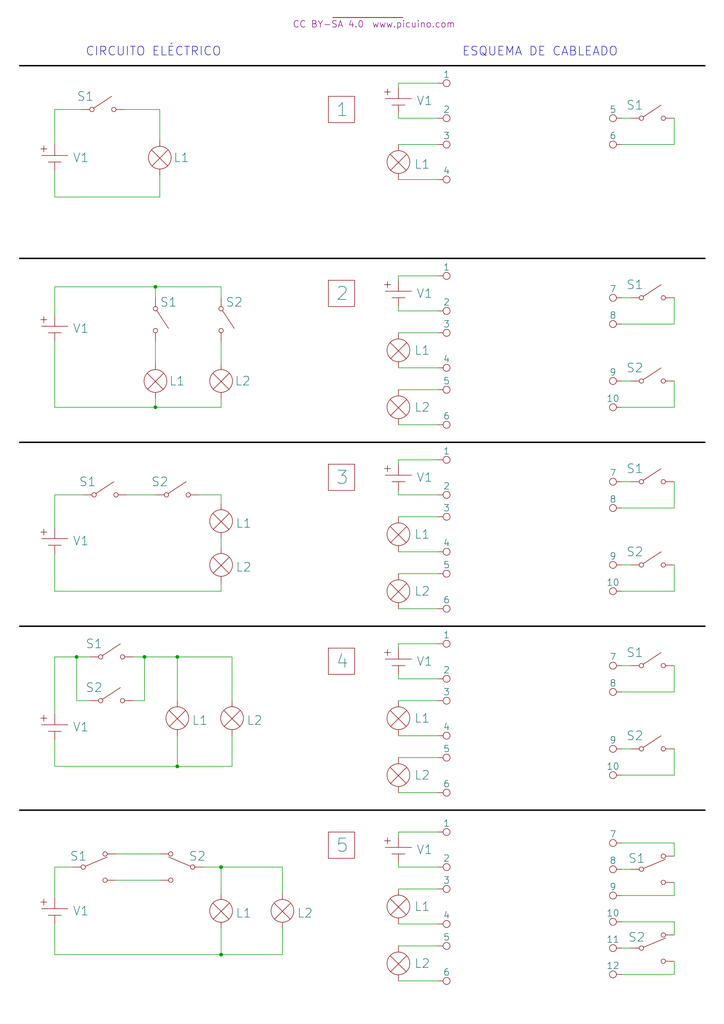
<source format=kicad_sch>
(kicad_sch (version 20211123) (generator eeschema)
  (paper "A4" portrait)
  (title_block (title "Cableado eléctrico") (date "19/10/2018") (company "www.picuino.com") (comment 1 "Copyright (c) 2018 by Carlos Pardo") (comment 2 "License CC BY-SA 4.0"))
  (lib_symbols
    (symbol "electric-cableado-rescue:CopyRight-simbolos" (pin_names (offset 1.016))
      (property "License" "CC BY-SA 4.0" (at -1.27 -1.27 0))
      (property "Web" "www.picuino.com" (at 0 -1.27 0))
      (symbol "CopyRight-simbolos_0_1"
        (polyline (pts (xy -10.16 0) (xy 10.16 0)) (stroke (width 0.2032)))
      )
    )
    (symbol "electric-cableado-rescue:Pila-simbolos" (pin_names (offset 1.016))
      (property "Reference" "V" (at 5.08 -4.445 0))
      (symbol "Pila-simbolos_0_1"
        (polyline (pts (xy -4.064 -1.27) (xy -2.286 -1.27)))
        (polyline (pts (xy -3.81 -3.175) (xy 3.81 -3.175)))
        (polyline (pts (xy -3.175 -0.381) (xy -3.175 -2.159)))
        (polyline (pts (xy -1.905 -5.08) (xy 1.905 -5.08)))
      )
      (symbol "Pila-simbolos_1_1"
        (pin input line (at 0 -7.62 90) (length 2.54) (name "") (number ""))
        (pin input line (at 0 0 270) (length 3.175) (name "") (number ""))
      )
    )
    (symbol "electric-cableado-rescue:conector-simbolos" (pin_names (offset 1.016))
      (symbol "conector-simbolos_0_1"
        (circle (center 2.54 0) (radius 1.016))
      )
      (symbol "conector-simbolos_1_1"
        (pin input line (at 0 0 0) (length 1.524) (name "") (number ""))
      )
    )
    (symbol "electric-cableado-rescue:lampara-simbolos" (pin_names (offset 1.016))
      (property "Reference" "L" (at 4.445 -5.08 0))
      (symbol "lampara-simbolos_0_1"
        (circle (center 0 -5.08) (radius 3.302))
        (polyline (pts (xy -2.286 -7.493) (xy 2.286 -2.921)))
        (polyline (pts (xy -2.286 -2.921) (xy 2.286 -7.493)))
      )
      (symbol "lampara-simbolos_1_1"
        (pin input line (at 0 -10.16 90) (length 1.778) (name "") (number ""))
        (pin input line (at 0 0 270) (length 1.778) (name "") (number ""))
      )
    )
    (symbol "electric-cableado-rescue:numero-simbolos" (pin_names (offset 1.016))
      (property "Value" "numero-simbolos" (at 0 0 0))
      (symbol "numero-simbolos_0_1"
        (rectangle (start -3.81 3.81) (end 3.81 -3.81))
      )
    )
    (symbol "electric-cableado-rescue:selector-simbolos" (pin_names (offset 1.016))
      (property "Reference" "S" (at 4.445 3.175 0))
      (symbol "selector-simbolos_0_0"
        (circle (center 3.175 0) (radius 0.635))
        (circle (center 9.525 -3.81) (radius 0.635))
        (circle (center 9.525 3.81) (radius 0.635))
      )
      (symbol "selector-simbolos_0_1"
        (polyline (pts (xy 10.16 2.921) (xy 3.81 0.254)))
      )
      (symbol "selector-simbolos_1_1"
        (pin input line (at 0 0 0) (length 2.54) (name "") (number ""))
        (pin input line (at 12.7 -3.81 180) (length 2.54) (name "") (number ""))
        (pin input line (at 12.7 3.81 180) (length 2.54) (name "") (number ""))
      )
    )
    (symbol "electric-cableado-rescue:switch-simbolos" (pin_names (offset 1.016))
      (property "Reference" "S" (at 4.445 3.175 0))
      (symbol "switch-simbolos_0_0"
        (polyline (pts (xy 8.89 3.81) (xy 3.683 0.381)))
        (circle (center 3.175 0) (radius 0.635))
        (circle (center 9.525 0) (radius 0.635))
      )
      (symbol "switch-simbolos_1_1"
        (pin input line (at 0 0 0) (length 2.54) (name "") (number ""))
        (pin input line (at 12.7 0 180) (length 2.54) (name "") (number ""))
      )
    )
  )
  (junction (at 45.085 83.185))
  (junction (at 64.135 251.46))
  (junction (at 51.435 190.5))
  (junction (at 64.135 276.86))
  (junction (at 22.225 190.5))
  (junction (at 45.085 118.11))
  (junction (at 51.435 222.25))
  (junction (at 41.91 190.5))
  (wire (pts (xy 115.57 34.29) (xy 127 34.29)))
  (wire (pts (xy 195.58 244.475) (xy 180.34 244.475)))
  (wire (pts (xy 15.875 83.185) (xy 45.085 83.185)))
  (wire (pts (xy 15.875 83.185) (xy 15.875 91.44)))
  (wire (pts (xy 195.58 217.17) (xy 195.58 224.79)))
  (wire (pts (xy 115.57 133.35) (xy 127 133.35)))
  (wire (pts (xy 41.91 190.5) (xy 51.435 190.5)))
  (wire (pts (xy 195.58 267.335) (xy 180.34 267.335)))
  (wire (pts (xy 115.57 134.62) (xy 115.57 133.35)))
  (wire (pts (xy 115.57 160.02) (xy 127 160.02)))
  (wire (pts (xy 182.88 193.04) (xy 180.34 193.04)))
  (wire (pts (xy 64.135 146.05) (xy 64.135 143.51)))
  (wire (pts (xy 64.135 171.45) (xy 64.135 168.91)))
  (wire (pts (xy 15.875 31.75) (xy 23.495 31.75)))
  (wire (pts (xy 180.34 147.32) (xy 195.58 147.32)))
  (wire (pts (xy 115.57 284.48) (xy 127 284.48)))
  (wire (pts (xy 45.085 83.185) (xy 45.085 86.36)))
  (wire (pts (xy 64.135 259.08) (xy 64.135 251.46)))
  (wire (pts (xy 115.57 274.32) (xy 127 274.32)))
  (wire (pts (xy 26.035 203.2) (xy 22.225 203.2)))
  (wire (pts (xy 15.875 160.655) (xy 15.875 171.45)))
  (wire (pts (xy 15.875 267.97) (xy 15.875 276.86)))
  (wire (pts (xy 33.655 247.65) (xy 46.355 247.65)))
  (wire (pts (xy 64.135 118.11) (xy 45.085 118.11)))
  (wire (pts (xy 15.875 251.46) (xy 15.875 260.35)))
  (wire (pts (xy 20.955 251.46) (xy 15.875 251.46)))
  (wire (pts (xy 51.435 222.25) (xy 67.31 222.25)))
  (wire (pts (xy 45.085 115.57) (xy 45.085 118.11)))
  (wire (pts (xy 115.57 229.87) (xy 127 229.87)))
  (wire (pts (xy 67.31 213.36) (xy 67.31 222.25)))
  (wire (pts (xy 51.435 190.5) (xy 67.31 190.5)))
  (wire (pts (xy 22.225 190.5) (xy 15.875 190.5)))
  (wire (pts (xy 46.355 31.75) (xy 46.355 40.64)))
  (wire (pts (xy 195.58 259.715) (xy 195.58 255.905)))
  (wire (pts (xy 182.88 217.17) (xy 180.34 217.17)))
  (wire (pts (xy 115.57 113.03) (xy 127 113.03)))
  (wire (pts (xy 182.88 252.095) (xy 180.34 252.095)))
  (wire (pts (xy 115.57 149.86) (xy 127 149.86)))
  (wire (pts (xy 182.88 110.49) (xy 180.34 110.49)))
  (wire (pts (xy 115.57 242.57) (xy 115.57 241.3)))
  (wire (pts (xy 33.655 255.27) (xy 46.355 255.27)))
  (wire (pts (xy 180.34 118.11) (xy 195.58 118.11)))
  (wire (pts (xy 180.34 259.715) (xy 195.58 259.715)))
  (wire (pts (xy 182.88 163.83) (xy 180.34 163.83)))
  (polyline (pts (xy 5.715 234.95) (xy 204.47 234.95)) (stroke (width 0.4064) (type solid) (color 0 0 0 1)))
  (wire (pts (xy 45.085 99.06) (xy 45.085 105.41)))
  (wire (pts (xy 115.57 41.91) (xy 127 41.91)))
  (wire (pts (xy 51.435 213.36) (xy 51.435 222.25)))
  (wire (pts (xy 64.135 276.86) (xy 15.875 276.86)))
  (wire (pts (xy 115.57 219.71) (xy 127 219.71)))
  (wire (pts (xy 115.57 187.96) (xy 115.57 186.69)))
  (wire (pts (xy 15.875 31.75) (xy 15.875 41.91)))
  (wire (pts (xy 64.135 251.46) (xy 59.055 251.46)))
  (wire (pts (xy 115.57 176.53) (xy 127 176.53)))
  (wire (pts (xy 81.915 269.24) (xy 81.915 276.86)))
  (wire (pts (xy 195.58 248.285) (xy 195.58 244.475)))
  (wire (pts (xy 180.34 224.79) (xy 195.58 224.79)))
  (wire (pts (xy 115.57 52.07) (xy 127 52.07)))
  (wire (pts (xy 46.355 50.8) (xy 46.355 57.15)))
  (wire (pts (xy 195.58 271.145) (xy 195.58 267.335)))
  (wire (pts (xy 15.875 143.51) (xy 15.875 153.035)))
  (wire (pts (xy 115.57 106.68) (xy 127 106.68)))
  (wire (pts (xy 115.57 166.37) (xy 127 166.37)))
  (wire (pts (xy 115.57 90.17) (xy 115.57 88.9)))
  (wire (pts (xy 180.34 171.45) (xy 195.58 171.45)))
  (polyline (pts (xy 5.715 74.93) (xy 204.47 74.93)) (stroke (width 0.4064) (type solid) (color 0 0 0 1)))
  (wire (pts (xy 195.58 86.36) (xy 195.58 93.98)))
  (wire (pts (xy 115.57 251.46) (xy 127 251.46)))
  (wire (pts (xy 115.57 90.17) (xy 127 90.17)))
  (wire (pts (xy 180.34 93.98) (xy 195.58 93.98)))
  (wire (pts (xy 115.57 257.81) (xy 127 257.81)))
  (wire (pts (xy 46.355 57.15) (xy 15.875 57.15)))
  (wire (pts (xy 115.57 25.4) (xy 115.57 24.13)))
  (wire (pts (xy 15.875 171.45) (xy 64.135 171.45)))
  (wire (pts (xy 195.58 193.04) (xy 195.58 200.66)))
  (wire (pts (xy 15.875 99.06) (xy 15.875 118.11)))
  (wire (pts (xy 64.135 251.46) (xy 81.915 251.46)))
  (wire (pts (xy 64.135 83.185) (xy 64.135 86.36)))
  (wire (pts (xy 195.58 139.7) (xy 195.58 147.32)))
  (wire (pts (xy 180.34 200.66) (xy 195.58 200.66)))
  (wire (pts (xy 38.735 203.2) (xy 41.91 203.2)))
  (wire (pts (xy 115.57 81.28) (xy 115.57 80.01)))
  (wire (pts (xy 36.83 143.51) (xy 45.085 143.51)))
  (polyline (pts (xy 5.715 128.27) (xy 204.47 128.27)) (stroke (width 0.4064) (type solid) (color 0 0 0 1)))
  (wire (pts (xy 67.31 203.2) (xy 67.31 190.5)))
  (wire (pts (xy 64.135 115.57) (xy 64.135 118.11)))
  (wire (pts (xy 64.135 158.75) (xy 64.135 156.21)))
  (wire (pts (xy 64.135 269.24) (xy 64.135 276.86)))
  (wire (pts (xy 115.57 203.2) (xy 127 203.2)))
  (wire (pts (xy 195.58 163.83) (xy 195.58 171.45)))
  (wire (pts (xy 182.88 86.36) (xy 180.34 86.36)))
  (wire (pts (xy 15.875 214.63) (xy 15.875 222.25)))
  (wire (pts (xy 115.57 123.19) (xy 127 123.19)))
  (wire (pts (xy 64.135 99.06) (xy 64.135 105.41)))
  (wire (pts (xy 115.57 143.51) (xy 115.57 142.24)))
  (wire (pts (xy 180.34 282.575) (xy 195.58 282.575)))
  (wire (pts (xy 195.58 282.575) (xy 195.58 278.765)))
  (wire (pts (xy 182.88 34.29) (xy 180.34 34.29)))
  (wire (pts (xy 41.91 203.2) (xy 41.91 190.5)))
  (wire (pts (xy 115.57 34.29) (xy 115.57 33.02)))
  (wire (pts (xy 26.035 190.5) (xy 22.225 190.5)))
  (wire (pts (xy 15.875 222.25) (xy 51.435 222.25)))
  (wire (pts (xy 115.57 143.51) (xy 127 143.51)))
  (wire (pts (xy 45.085 118.11) (xy 15.875 118.11)))
  (wire (pts (xy 41.91 190.5) (xy 38.735 190.5)))
  (wire (pts (xy 115.57 267.97) (xy 127 267.97)))
  (polyline (pts (xy 5.715 19.05) (xy 204.47 19.05)) (stroke (width 0.4064) (type solid) (color 0 0 0 1)))
  (wire (pts (xy 81.915 259.08) (xy 81.915 251.46)))
  (wire (pts (xy 36.195 31.75) (xy 46.355 31.75)))
  (wire (pts (xy 15.875 57.15) (xy 15.875 49.53)))
  (wire (pts (xy 180.34 41.91) (xy 195.58 41.91)))
  (wire (pts (xy 81.915 276.86) (xy 64.135 276.86)))
  (wire (pts (xy 182.88 139.7) (xy 180.34 139.7)))
  (wire (pts (xy 115.57 96.52) (xy 127 96.52)))
  (wire (pts (xy 45.085 83.185) (xy 64.135 83.185)))
  (wire (pts (xy 115.57 196.85) (xy 127 196.85)))
  (wire (pts (xy 22.225 203.2) (xy 22.225 190.5)))
  (wire (pts (xy 182.88 274.955) (xy 180.34 274.955)))
  (wire (pts (xy 115.57 186.69) (xy 127 186.69)))
  (wire (pts (xy 115.57 24.13) (xy 127 24.13)))
  (wire (pts (xy 24.13 143.51) (xy 15.875 143.51)))
  (wire (pts (xy 15.875 190.5) (xy 15.875 207.01)))
  (wire (pts (xy 195.58 110.49) (xy 195.58 118.11)))
  (wire (pts (xy 115.57 213.36) (xy 127 213.36)))
  (wire (pts (xy 57.785 143.51) (xy 64.135 143.51)))
  (wire (pts (xy 115.57 196.85) (xy 115.57 195.58)))
  (wire (pts (xy 51.435 203.2) (xy 51.435 190.5)))
  (wire (pts (xy 115.57 251.46) (xy 115.57 250.19)))
  (wire (pts (xy 115.57 241.3) (xy 127 241.3)))
  (wire (pts (xy 195.58 34.29) (xy 195.58 41.91)))
  (polyline (pts (xy 5.715 181.61) (xy 204.47 181.61)) (stroke (width 0.4064) (type solid) (color 0 0 0 1)))
  (wire (pts (xy 115.57 80.01) (xy 127 80.01)))
  (text "ESQUEMA DE CABLEADO" (at 133.985 16.51 0) (effects (font (size 2.54 2.54)) (justify left bottom)))
  (text "CIRCUITO ELÉCTRICO" (at 24.765 16.51 0) (effects (font (size 2.54 2.54)) (justify left bottom)))
  (symbol (lib_id "electric-cableado-rescue:switch-simbolos") (at 23.495 31.75 0) (unit 1)
    (property "Reference" "S1" (at 24.765 27.94 0) (effects (font (size 2.54 2.54))))
    (property "Value" "switch" (effects hide))
  )
  (symbol (lib_id "electric-cableado-rescue:Pila-simbolos") (at 15.875 41.91 0) (unit 1)
    (property "Reference" "V1" (at 20.955 45.72 0) (effects (font (size 2.54 2.54)) (justify left)))
    (property "Value" "Pila" (effects hide))
  )
  (symbol (lib_id "electric-cableado-rescue:switch-simbolos") (at 182.88 34.29 0) (unit 1)
    (property "Reference" "S1" (at 184.15 30.48 0) (effects (font (size 2.54 2.54))))
    (property "Value" "switch" (effects hide))
  )
  (symbol (lib_id "electric-cableado-rescue:Pila-simbolos") (at 15.875 153.035 0) (unit 1)
    (property "Reference" "V1" (at 20.955 156.845 0) (effects (font (size 2.54 2.54)) (justify left)))
    (property "Value" "Pila" (effects hide))
  )
  (symbol (lib_id "electric-cableado-rescue:lampara-simbolos") (at 64.135 146.05 0) (unit 1)
    (property "Reference" "L1" (at 68.2244 151.765 0) (effects (font (size 2.54 2.54)) (justify left)))
    (property "Value" "lampara" (effects hide))
  )
  (symbol (lib_id "electric-cableado-rescue:CopyRight-simbolos") (at 106.68 5.08 0) (unit 1)
    (property "Reference" "CP?" (effects hide))
    (property "Value" "CopyRight" (effects hide))
    (property "License" "CC BY-SA 4.0" (at 95.25 6.985 0) (effects (font (size 1.905 1.905))))
    (property "Web" "www.picuino.com" (at 120.015 6.985 0) (effects (font (size 1.905 1.905))))
  )
  (symbol (lib_id "electric-cableado-rescue:lampara-simbolos") (at 64.135 158.75 0) (unit 1)
    (property "Reference" "L2" (at 68.2244 164.465 0) (effects (font (size 2.54 2.54)) (justify left)))
    (property "Value" "lampara" (effects hide))
  )
  (symbol (lib_id "electric-cableado-rescue:lampara-simbolos") (at 115.57 149.86 0) (unit 1)
    (property "Reference" "L1" (at 120.015 154.94 0) (effects (font (size 2.54 2.54)) (justify left)))
    (property "Value" "lampara" (effects hide))
  )
  (symbol (lib_id "electric-cableado-rescue:Pila-simbolos") (at 115.57 134.62 0) (unit 1)
    (property "Reference" "V1" (at 120.65 138.43 0) (effects (font (size 2.54 2.54)) (justify left)))
    (property "Value" "Pila" (effects hide))
  )
  (symbol (lib_id "electric-cableado-rescue:lampara-simbolos") (at 46.355 40.64 0) (unit 1)
    (property "Reference" "L1" (at 50.165 45.72 0) (effects (font (size 2.54 2.54)) (justify left)))
    (property "Value" "lampara" (effects hide))
  )
  (symbol (lib_id "electric-cableado-rescue:lampara-simbolos") (at 115.57 41.91 0) (unit 1)
    (property "Reference" "L1" (at 120.015 47.625 0) (effects (font (size 2.54 2.54)) (justify left)))
    (property "Value" "lampara" (effects hide))
  )
  (symbol (lib_id "electric-cableado-rescue:conector-simbolos") (at 127 24.13 0) (unit 1)
    (property "Reference" "o?" (effects hide))
    (property "Value" "1" (at 129.54 21.59 0) (effects (font (size 1.905 1.905))))
  )
  (symbol (lib_id "electric-cableado-rescue:Pila-simbolos") (at 115.57 25.4 0) (unit 1)
    (property "Reference" "V1" (at 120.65 29.21 0) (effects (font (size 2.54 2.54)) (justify left)))
    (property "Value" "Pila" (effects hide))
  )
  (symbol (lib_id "electric-cableado-rescue:lampara-simbolos") (at 115.57 166.37 0) (unit 1)
    (property "Reference" "L2" (at 120.015 171.45 0) (effects (font (size 2.54 2.54)) (justify left)))
    (property "Value" "lampara" (effects hide))
  )
  (symbol (lib_id "electric-cableado-rescue:Pila-simbolos") (at 15.875 207.01 0) (unit 1)
    (property "Reference" "V1" (at 20.955 210.82 0) (effects (font (size 2.54 2.54)) (justify left)))
    (property "Value" "Pila" (effects hide))
  )
  (symbol (lib_id "electric-cableado-rescue:numero-simbolos") (at 99.06 31.75 0) (unit 1)
    (property "Reference" "N?" (effects hide))
    (property "Value" "1" (at 97.155 31.75 0) (effects (font (size 3.81 3.81)) (justify left)))
  )
  (symbol (lib_id "electric-cableado-rescue:numero-simbolos") (at 99.06 138.43 0) (unit 1)
    (property "Reference" "N?" (effects hide))
    (property "Value" "3" (at 97.155 138.43 0) (effects (font (size 3.81 3.81)) (justify left)))
  )
  (symbol (lib_id "electric-cableado-rescue:numero-simbolos") (at 99.06 191.77 0) (unit 1)
    (property "Reference" "N?" (effects hide))
    (property "Value" "4" (at 97.155 191.77 0) (effects (font (size 3.81 3.81)) (justify left)))
  )
  (symbol (lib_id "electric-cableado-rescue:conector-simbolos") (at 127 34.29 0) (unit 1)
    (property "Reference" "o?" (effects hide))
    (property "Value" "2" (at 129.54 31.75 0) (effects (font (size 1.905 1.905))))
  )
  (symbol (lib_id "electric-cableado-rescue:conector-simbolos") (at 127 41.91 0) (unit 1)
    (property "Reference" "o?" (effects hide))
    (property "Value" "3" (at 129.54 39.37 0) (effects (font (size 1.905 1.905))))
  )
  (symbol (lib_id "electric-cableado-rescue:conector-simbolos") (at 127 52.07 0) (unit 1)
    (property "Reference" "o?" (effects hide))
    (property "Value" "4" (at 129.54 49.53 0) (effects (font (size 1.905 1.905))))
  )
  (symbol (lib_id "electric-cableado-rescue:conector-simbolos") (at 180.34 34.29 180) (unit 1)
    (property "Reference" "o?" (effects hide))
    (property "Value" "5" (at 177.8 31.75 0) (effects (font (size 1.905 1.905))))
  )
  (symbol (lib_id "electric-cableado-rescue:conector-simbolos") (at 180.34 41.91 180) (unit 1)
    (property "Reference" "o?" (effects hide))
    (property "Value" "6" (at 177.8 39.37 0) (effects (font (size 1.905 1.905))))
  )
  (symbol (lib_id "electric-cableado-rescue:conector-simbolos") (at 127 133.35 0) (unit 1)
    (property "Reference" "o?" (effects hide))
    (property "Value" "1" (at 129.54 130.81 0) (effects (font (size 1.905 1.905))))
  )
  (symbol (lib_id "electric-cableado-rescue:conector-simbolos") (at 127 143.51 0) (unit 1)
    (property "Reference" "o?" (effects hide))
    (property "Value" "2" (at 129.54 140.97 0) (effects (font (size 1.905 1.905))))
  )
  (symbol (lib_id "electric-cableado-rescue:conector-simbolos") (at 127 149.86 0) (unit 1)
    (property "Reference" "o?" (effects hide))
    (property "Value" "3" (at 129.54 147.32 0) (effects (font (size 1.905 1.905))))
  )
  (symbol (lib_id "electric-cableado-rescue:conector-simbolos") (at 127 160.02 0) (unit 1)
    (property "Reference" "o?" (effects hide))
    (property "Value" "4" (at 129.54 157.48 0) (effects (font (size 1.905 1.905))))
  )
  (symbol (lib_id "electric-cableado-rescue:conector-simbolos") (at 127 166.37 0) (mirror x) (unit 1)
    (property "Reference" "o?" (effects hide))
    (property "Value" "5" (at 129.54 163.83 0) (effects (font (size 1.905 1.905))))
  )
  (symbol (lib_id "electric-cableado-rescue:conector-simbolos") (at 127 176.53 0) (mirror x) (unit 1)
    (property "Reference" "o?" (effects hide))
    (property "Value" "6" (at 129.54 173.99 0) (effects (font (size 1.905 1.905))))
  )
  (symbol (lib_id "electric-cableado-rescue:conector-simbolos") (at 180.34 139.7 180) (unit 1)
    (property "Reference" "o?" (effects hide))
    (property "Value" "7" (at 177.8 137.16 0) (effects (font (size 1.905 1.905))))
  )
  (symbol (lib_id "electric-cableado-rescue:conector-simbolos") (at 180.34 147.32 180) (unit 1)
    (property "Reference" "o?" (effects hide))
    (property "Value" "8" (at 177.8 144.78 0) (effects (font (size 1.905 1.905))))
  )
  (symbol (lib_id "electric-cableado-rescue:conector-simbolos") (at 180.34 163.83 180) (unit 1)
    (property "Reference" "o?" (effects hide))
    (property "Value" "9" (at 177.8 161.29 0) (effects (font (size 1.905 1.905))))
  )
  (symbol (lib_id "electric-cableado-rescue:conector-simbolos") (at 180.34 171.45 180) (unit 1)
    (property "Reference" "o?" (effects hide))
    (property "Value" "10" (at 177.8 168.91 0) (effects (font (size 1.905 1.905))))
  )
  (symbol (lib_id "electric-cableado-rescue:Pila-simbolos") (at 15.875 260.35 0) (unit 1)
    (property "Reference" "V1" (at 20.955 264.16 0) (effects (font (size 2.54 2.54)) (justify left)))
    (property "Value" "Pila" (effects hide))
  )
  (symbol (lib_id "electric-cableado-rescue:selector-simbolos") (at 20.955 251.46 0) (unit 1)
    (property "Reference" "S1" (at 25.4 248.285 0) (effects (font (size 2.54 2.54)) (justify right)))
    (property "Value" "selector" (effects hide))
  )
  (symbol (lib_id "electric-cableado-rescue:selector-simbolos") (at 59.055 251.46 0) (mirror y) (unit 1)
    (property "Reference" "S2" (at 54.61 248.285 0) (effects (font (size 2.54 2.54)) (justify right)))
    (property "Value" "selector" (effects hide))
  )
  (symbol (lib_id "electric-cableado-rescue:lampara-simbolos") (at 64.135 259.08 0) (unit 1)
    (property "Reference" "L1" (at 68.2244 264.795 0) (effects (font (size 2.54 2.54)) (justify left)))
    (property "Value" "lampara" (effects hide))
  )
  (symbol (lib_id "electric-cableado-rescue:lampara-simbolos") (at 81.915 259.08 0) (unit 1)
    (property "Reference" "L2" (at 86.0044 264.795 0) (effects (font (size 2.54 2.54)) (justify left)))
    (property "Value" "lampara" (effects hide))
  )
  (symbol (lib_id "electric-cableado-rescue:lampara-simbolos") (at 115.57 257.81 0) (unit 1)
    (property "Reference" "L1" (at 120.015 262.89 0) (effects (font (size 2.54 2.54)) (justify left)))
    (property "Value" "lampara" (effects hide))
  )
  (symbol (lib_id "electric-cableado-rescue:Pila-simbolos") (at 115.57 242.57 0) (unit 1)
    (property "Reference" "V1" (at 120.65 246.38 0) (effects (font (size 2.54 2.54)) (justify left)))
    (property "Value" "Pila" (effects hide))
  )
  (symbol (lib_id "electric-cableado-rescue:selector-simbolos") (at 182.88 252.095 0) (unit 1)
    (property "Reference" "S1" (at 187.325 248.92 0) (effects (font (size 2.54 2.54)) (justify right)))
    (property "Value" "selector" (effects hide))
  )
  (symbol (lib_id "electric-cableado-rescue:selector-simbolos") (at 182.88 274.955 0) (unit 1)
    (property "Reference" "S2" (at 187.325 271.78 0) (effects (font (size 2.54 2.54)) (justify right)))
    (property "Value" "selector" (effects hide))
  )
  (symbol (lib_id "electric-cableado-rescue:lampara-simbolos") (at 115.57 274.32 0) (unit 1)
    (property "Reference" "L2" (at 120.015 279.4 0) (effects (font (size 2.54 2.54)) (justify left)))
    (property "Value" "lampara" (effects hide))
  )
  (symbol (lib_id "electric-cableado-rescue:numero-simbolos") (at 99.06 245.11 0) (unit 1)
    (property "Reference" "N?" (effects hide))
    (property "Value" "5" (at 97.155 245.11 0) (effects (font (size 3.81 3.81)) (justify left)))
  )
  (symbol (lib_id "electric-cableado-rescue:conector-simbolos") (at 127 241.3 0) (unit 1)
    (property "Reference" "o?" (effects hide))
    (property "Value" "1" (at 129.54 238.76 0) (effects (font (size 1.905 1.905))))
  )
  (symbol (lib_id "electric-cableado-rescue:conector-simbolos") (at 127 251.46 0) (unit 1)
    (property "Reference" "o?" (effects hide))
    (property "Value" "2" (at 129.54 248.92 0) (effects (font (size 1.905 1.905))))
  )
  (symbol (lib_id "electric-cableado-rescue:conector-simbolos") (at 127 257.81 0) (unit 1)
    (property "Reference" "o?" (effects hide))
    (property "Value" "3" (at 129.54 255.27 0) (effects (font (size 1.905 1.905))))
  )
  (symbol (lib_id "electric-cableado-rescue:conector-simbolos") (at 127 267.97 0) (unit 1)
    (property "Reference" "o?" (effects hide))
    (property "Value" "4" (at 129.54 265.43 0) (effects (font (size 1.905 1.905))))
  )
  (symbol (lib_id "electric-cableado-rescue:conector-simbolos") (at 127 274.32 0) (mirror x) (unit 1)
    (property "Reference" "o?" (effects hide))
    (property "Value" "5" (at 129.54 271.78 0) (effects (font (size 1.905 1.905))))
  )
  (symbol (lib_id "electric-cableado-rescue:conector-simbolos") (at 127 284.48 0) (mirror x) (unit 1)
    (property "Reference" "o?" (effects hide))
    (property "Value" "6" (at 129.54 281.94 0) (effects (font (size 1.905 1.905))))
  )
  (symbol (lib_id "electric-cableado-rescue:conector-simbolos") (at 180.34 244.475 180) (unit 1)
    (property "Reference" "o?" (effects hide))
    (property "Value" "7" (at 177.8 241.935 0) (effects (font (size 1.905 1.905))))
  )
  (symbol (lib_id "electric-cableado-rescue:conector-simbolos") (at 180.34 252.095 180) (unit 1)
    (property "Reference" "o?" (effects hide))
    (property "Value" "8" (at 177.8 249.555 0) (effects (font (size 1.905 1.905))))
  )
  (symbol (lib_id "electric-cableado-rescue:conector-simbolos") (at 180.34 259.715 180) (unit 1)
    (property "Reference" "o?" (effects hide))
    (property "Value" "9" (at 177.8 257.175 0) (effects (font (size 1.905 1.905))))
  )
  (symbol (lib_id "electric-cableado-rescue:conector-simbolos") (at 180.34 267.335 180) (unit 1)
    (property "Reference" "o?" (effects hide))
    (property "Value" "10" (at 177.8 264.795 0) (effects (font (size 1.905 1.905))))
  )
  (symbol (lib_id "electric-cableado-rescue:conector-simbolos") (at 180.34 274.955 180) (unit 1)
    (property "Reference" "o?" (effects hide))
    (property "Value" "11" (at 177.8 272.415 0) (effects (font (size 1.905 1.905))))
  )
  (symbol (lib_id "electric-cableado-rescue:conector-simbolos") (at 180.34 282.575 180) (unit 1)
    (property "Reference" "o?" (effects hide))
    (property "Value" "12" (at 177.8 280.035 0) (effects (font (size 1.905 1.905))))
  )
  (symbol (lib_id "electric-cableado-rescue:switch-simbolos") (at 24.13 143.51 0) (unit 1)
    (property "Reference" "S1" (at 25.4 139.7 0) (effects (font (size 2.54 2.54))))
    (property "Value" "switch" (effects hide))
  )
  (symbol (lib_id "electric-cableado-rescue:switch-simbolos") (at 45.085 143.51 0) (unit 1)
    (property "Reference" "S2" (at 46.355 139.7 0) (effects (font (size 2.54 2.54))))
    (property "Value" "switch" (effects hide))
  )
  (symbol (lib_id "electric-cableado-rescue:switch-simbolos") (at 182.88 139.7 0) (unit 1)
    (property "Reference" "S1" (at 184.15 135.89 0) (effects (font (size 2.54 2.54))))
    (property "Value" "switch" (effects hide))
  )
  (symbol (lib_id "electric-cableado-rescue:switch-simbolos") (at 182.88 163.83 0) (unit 1)
    (property "Reference" "S2" (at 184.15 160.02 0) (effects (font (size 2.54 2.54))))
    (property "Value" "switch" (effects hide))
  )
  (symbol (lib_id "electric-cableado-rescue:switch-simbolos") (at 26.035 190.5 0) (unit 1)
    (property "Reference" "S1" (at 27.305 186.69 0) (effects (font (size 2.54 2.54))))
    (property "Value" "switch" (effects hide))
  )
  (symbol (lib_id "electric-cableado-rescue:switch-simbolos") (at 26.035 203.2 0) (unit 1)
    (property "Reference" "S2" (at 27.305 199.39 0) (effects (font (size 2.54 2.54))))
    (property "Value" "switch" (effects hide))
  )
  (symbol (lib_id "electric-cableado-rescue:lampara-simbolos") (at 51.435 203.2 0) (unit 1)
    (property "Reference" "L1" (at 55.5244 208.915 0) (effects (font (size 2.54 2.54)) (justify left)))
    (property "Value" "lampara" (effects hide))
  )
  (symbol (lib_id "electric-cableado-rescue:lampara-simbolos") (at 67.31 203.2 0) (unit 1)
    (property "Reference" "L2" (at 71.3994 208.915 0) (effects (font (size 2.54 2.54)) (justify left)))
    (property "Value" "lampara" (effects hide))
  )
  (symbol (lib_id "electric-cableado-rescue:lampara-simbolos") (at 115.57 203.2 0) (unit 1)
    (property "Reference" "L1" (at 120.015 208.28 0) (effects (font (size 2.54 2.54)) (justify left)))
    (property "Value" "lampara" (effects hide))
  )
  (symbol (lib_id "electric-cableado-rescue:Pila-simbolos") (at 115.57 187.96 0) (unit 1)
    (property "Reference" "V1" (at 120.65 191.77 0) (effects (font (size 2.54 2.54)) (justify left)))
    (property "Value" "Pila" (effects hide))
  )
  (symbol (lib_id "electric-cableado-rescue:lampara-simbolos") (at 115.57 219.71 0) (unit 1)
    (property "Reference" "L2" (at 120.015 224.79 0) (effects (font (size 2.54 2.54)) (justify left)))
    (property "Value" "lampara" (effects hide))
  )
  (symbol (lib_id "electric-cableado-rescue:conector-simbolos") (at 127 186.69 0) (unit 1)
    (property "Reference" "o?" (effects hide))
    (property "Value" "1" (at 129.54 184.15 0) (effects (font (size 1.905 1.905))))
  )
  (symbol (lib_id "electric-cableado-rescue:conector-simbolos") (at 127 196.85 0) (unit 1)
    (property "Reference" "o?" (effects hide))
    (property "Value" "2" (at 129.54 194.31 0) (effects (font (size 1.905 1.905))))
  )
  (symbol (lib_id "electric-cableado-rescue:conector-simbolos") (at 127 203.2 0) (unit 1)
    (property "Reference" "o?" (effects hide))
    (property "Value" "3" (at 129.54 200.66 0) (effects (font (size 1.905 1.905))))
  )
  (symbol (lib_id "electric-cableado-rescue:conector-simbolos") (at 127 213.36 0) (unit 1)
    (property "Reference" "o?" (effects hide))
    (property "Value" "4" (at 129.54 210.82 0) (effects (font (size 1.905 1.905))))
  )
  (symbol (lib_id "electric-cableado-rescue:conector-simbolos") (at 127 219.71 0) (mirror x) (unit 1)
    (property "Reference" "o?" (effects hide))
    (property "Value" "5" (at 129.54 217.17 0) (effects (font (size 1.905 1.905))))
  )
  (symbol (lib_id "electric-cableado-rescue:conector-simbolos") (at 127 229.87 0) (mirror x) (unit 1)
    (property "Reference" "o?" (effects hide))
    (property "Value" "6" (at 129.54 227.33 0) (effects (font (size 1.905 1.905))))
  )
  (symbol (lib_id "electric-cableado-rescue:conector-simbolos") (at 180.34 193.04 180) (unit 1)
    (property "Reference" "o?" (effects hide))
    (property "Value" "7" (at 177.8 190.5 0) (effects (font (size 1.905 1.905))))
  )
  (symbol (lib_id "electric-cableado-rescue:conector-simbolos") (at 180.34 200.66 180) (unit 1)
    (property "Reference" "o?" (effects hide))
    (property "Value" "8" (at 177.8 198.12 0) (effects (font (size 1.905 1.905))))
  )
  (symbol (lib_id "electric-cableado-rescue:conector-simbolos") (at 180.34 217.17 180) (unit 1)
    (property "Reference" "o?" (effects hide))
    (property "Value" "9" (at 177.8 214.63 0) (effects (font (size 1.905 1.905))))
  )
  (symbol (lib_id "electric-cableado-rescue:conector-simbolos") (at 180.34 224.79 180) (unit 1)
    (property "Reference" "o?" (effects hide))
    (property "Value" "10" (at 177.8 222.25 0) (effects (font (size 1.905 1.905))))
  )
  (symbol (lib_id "electric-cableado-rescue:switch-simbolos") (at 182.88 193.04 0) (unit 1)
    (property "Reference" "S1" (at 184.15 189.23 0) (effects (font (size 2.54 2.54))))
    (property "Value" "switch" (effects hide))
  )
  (symbol (lib_id "electric-cableado-rescue:switch-simbolos") (at 182.88 217.17 0) (unit 1)
    (property "Reference" "S2" (at 184.15 213.36 0) (effects (font (size 2.54 2.54))))
    (property "Value" "switch" (effects hide))
  )
  (symbol (lib_id "electric-cableado-rescue:numero-simbolos") (at 99.06 85.09 0) (unit 1)
    (property "Reference" "N?" (effects hide))
    (property "Value" "2" (at 97.155 85.09 0) (effects (font (size 3.81 3.81)) (justify left)))
  )
  (symbol (lib_id "electric-cableado-rescue:switch-simbolos") (at 45.085 86.36 270) (unit 1)
    (property "Reference" "S1" (at 48.895 87.63 90) (effects (font (size 2.54 2.54))))
    (property "Value" "switch" (effects hide))
  )
  (symbol (lib_id "electric-cableado-rescue:Pila-simbolos") (at 15.875 91.44 0) (unit 1)
    (property "Reference" "V1" (at 20.955 95.25 0) (effects (font (size 2.54 2.54)) (justify left)))
    (property "Value" "Pila" (effects hide))
  )
  (symbol (lib_id "electric-cableado-rescue:lampara-simbolos") (at 45.085 105.41 0) (unit 1)
    (property "Reference" "L1" (at 48.895 110.49 0) (effects (font (size 2.54 2.54)) (justify left)))
    (property "Value" "lampara" (effects hide))
  )
  (symbol (lib_id "electric-cableado-rescue:lampara-simbolos") (at 115.57 96.52 0) (unit 1)
    (property "Reference" "L1" (at 120.015 101.6 0) (effects (font (size 2.54 2.54)) (justify left)))
    (property "Value" "lampara" (effects hide))
  )
  (symbol (lib_id "electric-cableado-rescue:Pila-simbolos") (at 115.57 81.28 0) (unit 1)
    (property "Reference" "V1" (at 120.65 85.09 0) (effects (font (size 2.54 2.54)) (justify left)))
    (property "Value" "Pila" (effects hide))
  )
  (symbol (lib_id "electric-cableado-rescue:lampara-simbolos") (at 115.57 113.03 0) (unit 1)
    (property "Reference" "L2" (at 120.015 118.11 0) (effects (font (size 2.54 2.54)) (justify left)))
    (property "Value" "lampara" (effects hide))
  )
  (symbol (lib_id "electric-cableado-rescue:conector-simbolos") (at 127 80.01 0) (unit 1)
    (property "Reference" "o?" (effects hide))
    (property "Value" "1" (at 129.54 77.47 0) (effects (font (size 1.905 1.905))))
  )
  (symbol (lib_id "electric-cableado-rescue:conector-simbolos") (at 127 90.17 0) (unit 1)
    (property "Reference" "o?" (effects hide))
    (property "Value" "2" (at 129.54 87.63 0) (effects (font (size 1.905 1.905))))
  )
  (symbol (lib_id "electric-cableado-rescue:conector-simbolos") (at 127 96.52 0) (unit 1)
    (property "Reference" "o?" (effects hide))
    (property "Value" "3" (at 129.54 93.98 0) (effects (font (size 1.905 1.905))))
  )
  (symbol (lib_id "electric-cableado-rescue:conector-simbolos") (at 127 106.68 0) (unit 1)
    (property "Reference" "o?" (effects hide))
    (property "Value" "4" (at 129.54 104.14 0) (effects (font (size 1.905 1.905))))
  )
  (symbol (lib_id "electric-cableado-rescue:conector-simbolos") (at 127 113.03 0) (mirror x) (unit 1)
    (property "Reference" "o?" (effects hide))
    (property "Value" "5" (at 129.54 110.49 0) (effects (font (size 1.905 1.905))))
  )
  (symbol (lib_id "electric-cableado-rescue:conector-simbolos") (at 127 123.19 0) (mirror x) (unit 1)
    (property "Reference" "o?" (effects hide))
    (property "Value" "6" (at 129.54 120.65 0) (effects (font (size 1.905 1.905))))
  )
  (symbol (lib_id "electric-cableado-rescue:conector-simbolos") (at 180.34 86.36 180) (unit 1)
    (property "Reference" "o?" (effects hide))
    (property "Value" "7" (at 177.8 83.82 0) (effects (font (size 1.905 1.905))))
  )
  (symbol (lib_id "electric-cableado-rescue:conector-simbolos") (at 180.34 93.98 180) (unit 1)
    (property "Reference" "o?" (effects hide))
    (property "Value" "8" (at 177.8 91.44 0) (effects (font (size 1.905 1.905))))
  )
  (symbol (lib_id "electric-cableado-rescue:conector-simbolos") (at 180.34 110.49 180) (unit 1)
    (property "Reference" "o?" (effects hide))
    (property "Value" "9" (at 177.8 107.95 0) (effects (font (size 1.905 1.905))))
  )
  (symbol (lib_id "electric-cableado-rescue:conector-simbolos") (at 180.34 118.11 180) (unit 1)
    (property "Reference" "o?" (effects hide))
    (property "Value" "10" (at 177.8 115.57 0) (effects (font (size 1.905 1.905))))
  )
  (symbol (lib_id "electric-cableado-rescue:switch-simbolos") (at 182.88 86.36 0) (unit 1)
    (property "Reference" "S1" (at 184.15 82.55 0) (effects (font (size 2.54 2.54))))
    (property "Value" "switch" (effects hide))
  )
  (symbol (lib_id "electric-cableado-rescue:switch-simbolos") (at 182.88 110.49 0) (unit 1)
    (property "Reference" "S2" (at 184.15 106.68 0) (effects (font (size 2.54 2.54))))
    (property "Value" "switch" (effects hide))
  )
  (symbol (lib_id "electric-cableado-rescue:lampara-simbolos") (at 64.135 105.41 0) (unit 1)
    (property "Reference" "L2" (at 67.945 110.49 0) (effects (font (size 2.54 2.54)) (justify left)))
    (property "Value" "lampara" (effects hide))
  )
  (symbol (lib_id "electric-cableado-rescue:switch-simbolos") (at 64.135 86.36 270) (unit 1)
    (property "Reference" "S2" (at 67.945 87.63 90) (effects (font (size 2.54 2.54))))
    (property "Value" "switch" (effects hide))
  )
  (sheet (at 254 44.45) (size 63.5 25.4)
    (property "Sheet name" "electric-cableado-3" (at 254 43.1034 0) (effects (font (size 2.54 2.54)) (justify left bottom)))
    (property "Sheet file" "electric-cableado-3.kicad_sch" (at 254 70.9426 0) (effects (font (size 2.54 2.54)) (justify left top)))
  )
  (sheet (at 254 0.635) (size 63.5 24.765)
    (property "Sheet name" "electric-cableado-2" (at 254 -0.7116 0) (effects (font (size 2.54 2.54)) (justify left bottom)))
    (property "Sheet file" "electric-cableado-2.kicad_sch" (at 254 26.4926 0) (effects (font (size 2.54 2.54)) (justify left top)))
  )
)
</source>
